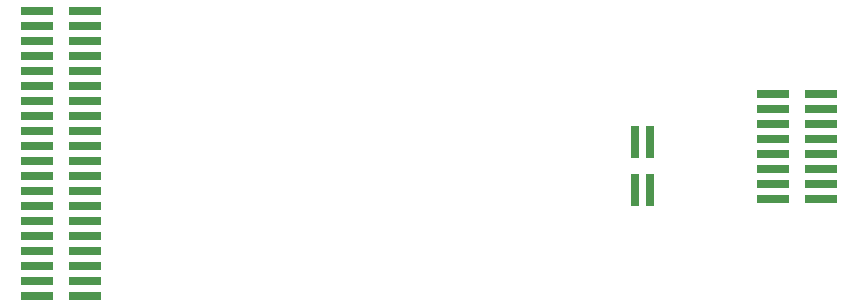
<source format=gbr>
G04 EAGLE Gerber RS-274X export*
G75*
%MOMM*%
%FSLAX34Y34*%
%LPD*%
%INSolderpaste Bottom*%
%IPPOS*%
%AMOC8*
5,1,8,0,0,1.08239X$1,22.5*%
G01*
%ADD10R,2.790000X0.740000*%
%ADD11R,0.740000X2.790000*%


D10*
X194280Y143510D03*
X234980Y143510D03*
X194280Y156210D03*
X234980Y156210D03*
X194280Y168910D03*
X234980Y168910D03*
X194280Y181610D03*
X234980Y181610D03*
X194280Y194310D03*
X234980Y194310D03*
X194280Y207010D03*
X234980Y207010D03*
X194280Y219710D03*
X234980Y219710D03*
X194280Y232410D03*
X234980Y232410D03*
X194280Y245110D03*
X234980Y245110D03*
X194280Y257810D03*
X234980Y257810D03*
X194280Y270510D03*
X234980Y270510D03*
X194280Y283210D03*
X234980Y283210D03*
X194280Y295910D03*
X234980Y295910D03*
X194280Y308610D03*
X234980Y308610D03*
X194280Y321310D03*
X234980Y321310D03*
X194280Y334010D03*
X234980Y334010D03*
X194280Y346710D03*
X234980Y346710D03*
X194280Y359410D03*
X234980Y359410D03*
X194280Y372110D03*
X234980Y372110D03*
X194280Y384810D03*
X234980Y384810D03*
X817850Y226060D03*
X858550Y226060D03*
X817850Y238760D03*
X858550Y238760D03*
X817850Y251460D03*
X858550Y251460D03*
X817850Y264160D03*
X858550Y264160D03*
X817850Y276860D03*
X858550Y276860D03*
X817850Y289560D03*
X858550Y289560D03*
X817850Y302260D03*
X858550Y302260D03*
X817850Y314960D03*
X858550Y314960D03*
D11*
X701040Y274350D03*
X701040Y233650D03*
X713740Y274350D03*
X713740Y233650D03*
M02*

</source>
